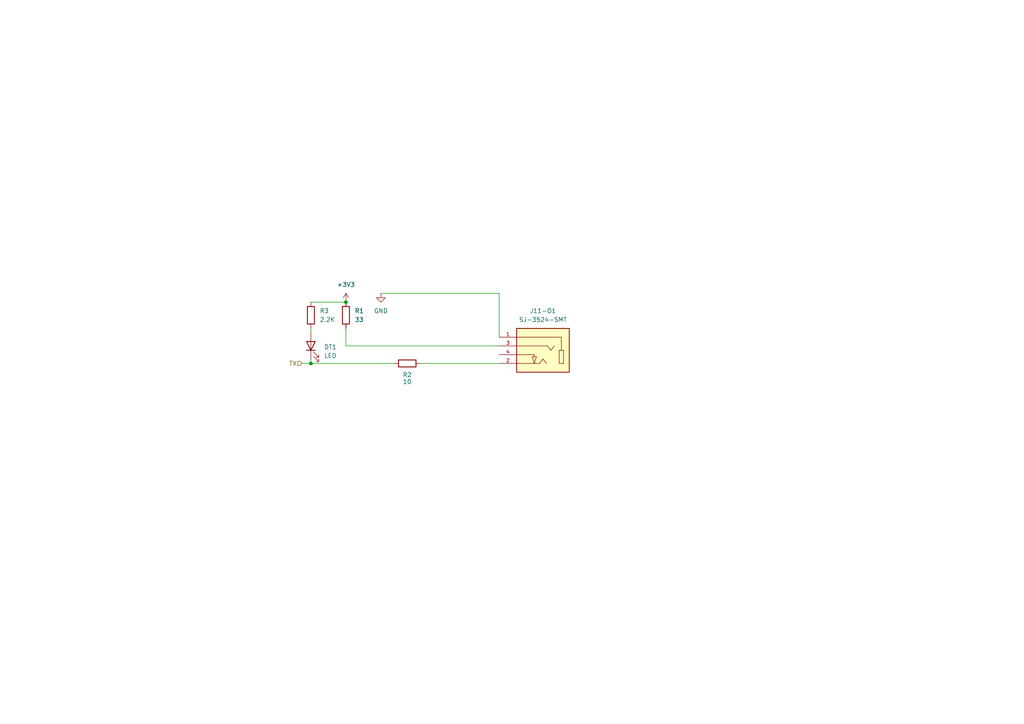
<source format=kicad_sch>
(kicad_sch (version 20231120) (generator "eeschema") (generator_version "8.0")
  (paper "A4")
  (lib_symbols
    (symbol "Device:LED" (pin_numbers hide) (pin_names (offset 1.016) hide)
      (property "Reference" "D" (at 0 2.54 0))
      (property "Value" "LED" (at 0 -2.54 0))
      (symbol "LED_0_1"
        (polyline (pts (xy -1.27 -1.27) (xy -1.27 1.27)) (stroke (width 0.254)))
        (polyline (pts (xy -1.27 0) (xy 1.27 0)))
        (polyline (pts (xy 1.27 -1.27) (xy 1.27 1.27) (xy -1.27 0) (xy 1.27 -1.27)) (stroke (width 0.254)))
        (polyline (pts (xy -3.048 -0.762) (xy -4.572 -2.286) (xy -3.81 -2.286) (xy -4.572 -2.286) (xy -4.572 -1.524)))
        (polyline (pts (xy -1.778 -0.762) (xy -3.302 -2.286) (xy -2.54 -2.286) (xy -3.302 -2.286) (xy -3.302 -1.524)))
      )
      (symbol "LED_1_1"
        (pin passive line (at -3.81 0 0) (length 2.54) (name "K") (number "1"))
        (pin passive line (at 3.81 0 180) (length 2.54) (name "A") (number "2"))
      )
    )
    (symbol "Device:R" (pin_numbers hide) (pin_names (offset 0))
      (property "Reference" "R" (at 2.032 0 90))
      (property "Value" "R" (at 0 0 90))
      (symbol "R_0_1"
        (rectangle (start -1.016 -2.54) (end 1.016 2.54) (stroke (width 0.254)))
      )
      (symbol "R_1_1"
        (pin passive line (at 0 3.81 270) (length 1.27) (name "~") (number "1"))
        (pin passive line (at 0 -3.81 90) (length 1.27) (name "~") (number "2"))
      )
    )
    (symbol "MIDI_projects:SJ-3524-SMT" (pin_names (offset 1.016))
      (property "Reference" "J" (at -7.637 8.2738 0))
      (property "Value" "SJ-3524-SMT" (at -7.6519 -7.6606 0))
      (symbol "SJ-3524-SMT_0_0"
        (rectangle (start -7.62 -5.08) (end 7.62 7.62) (stroke (width 0.254)) (fill (type background)))
        (polyline (pts (xy -5.969 -2.54) (xy -4.699 -2.54)) (stroke (width 0.1524)))
        (polyline (pts (xy -5.969 1.27) (xy -5.969 -2.54)) (stroke (width 0.1524)))
        (polyline (pts (xy -5.334 1.27) (xy -5.969 1.27)) (stroke (width 0.1524)))
        (polyline (pts (xy -5.334 1.27) (xy -5.334 5.08)) (stroke (width 0.1524)))
        (polyline (pts (xy -5.334 5.08) (xy 7.62 5.08)) (stroke (width 0.1524)))
        (polyline (pts (xy -4.699 -2.54) (xy -4.699 1.27)) (stroke (width 0.1524)))
        (polyline (pts (xy -4.699 1.27) (xy -5.334 1.27)) (stroke (width 0.1524)))
        (polyline (pts (xy -2.286 1.27) (xy -3.302 2.54)) (stroke (width 0.1524)))
        (polyline (pts (xy -1.27 2.54) (xy -2.286 1.27)) (stroke (width 0.1524)))
        (polyline (pts (xy -1.016 -2.54) (xy 0 -1.27)) (stroke (width 0.1524)))
        (polyline (pts (xy 0 -1.27) (xy 1.016 -2.54)) (stroke (width 0.1524)))
        (polyline (pts (xy 1.9 -0.6) (xy 2.5 -2.53)) (stroke (width 0.1524)))
        (polyline (pts (xy 1.9 -0.6) (xy 3.09 -0.6)) (stroke (width 0.1524)))
        (polyline (pts (xy 2.53 -2.52) (xy 2.53 -2.53)) (stroke (width 0.1524)))
        (polyline (pts (xy 2.54 0) (xy 2.54 -0.62)) (stroke (width 0.1524)))
        (polyline (pts (xy 2.54 0) (xy 7.62 0)) (stroke (width 0.1524)))
        (polyline (pts (xy 3.09 -0.6) (xy 2.53 -2.52)) (stroke (width 0.1524)))
        (polyline (pts (xy 7.62 -2.54) (xy 1.016 -2.54)) (stroke (width 0.1524)))
        (polyline (pts (xy 7.62 2.54) (xy -1.27 2.54)) (stroke (width 0.1524)))
        (pin passive line (at 12.7 5.08 180) (length 5.08) (name "~") (number "1"))
        (pin passive line (at 12.7 -2.54 180) (length 5.08) (name "~") (number "2"))
        (pin passive line (at 12.7 2.54 180) (length 5.08) (name "~") (number "3"))
        (pin passive line (at 12.7 0 180) (length 5.08) (name "~") (number "4"))
      )
    )
    (symbol "power:+3V3" (power) (pin_numbers hide) (pin_names (offset 0) hide)
      (property "Value" "+3V3" (at 0 3.556 0))
      (symbol "+3V3_0_1"
        (polyline (pts (xy -0.762 1.27) (xy 0 2.54)))
        (polyline (pts (xy 0 0) (xy 0 2.54)))
        (polyline (pts (xy 0 2.54) (xy 0.762 1.27)))
      )
      (symbol "+3V3_1_1"
        (pin power_in line (at 0 0 90) (length 0) (name "~") (number "1"))
      )
    )
    (symbol "power:GND" (power) (pin_numbers hide) (pin_names (offset 0) hide)
      (property "Value" "GND" (at 0 -3.81 0))
      (symbol "GND_0_1"
        (polyline (pts (xy 0 0) (xy 0 -1.27) (xy 1.27 -1.27) (xy 0 -2.54) (xy -1.27 -1.27) (xy 0 -1.27)))
      )
      (symbol "GND_1_1"
        (pin power_in line (at 0 0 270) (length 0) (name "~") (number "1"))
      )
    )
  )
  (junction (at 90.17 105.41))
  (junction (at 100.33 87.63))
  (wire (pts (xy 100.33 95.25) (xy 100.33 100.33)))
  (wire (pts (xy 87.63 105.41) (xy 90.17 105.41)))
  (wire (pts (xy 110.49 85.09) (xy 144.78 85.09)))
  (wire (pts (xy 90.17 87.63) (xy 100.33 87.63)))
  (wire (pts (xy 100.33 100.33) (xy 144.78 100.33)))
  (wire (pts (xy 90.17 105.41) (xy 90.17 104.14)))
  (wire (pts (xy 144.78 85.09) (xy 144.78 97.79)))
  (wire (pts (xy 121.92 105.41) (xy 144.78 105.41)))
  (wire (pts (xy 90.17 95.25) (xy 90.17 96.52)))
  (wire (pts (xy 90.17 105.41) (xy 114.3 105.41)))
  (hierarchical_label "TX" (shape input) (at 87.63 105.41 180))
  (symbol (lib_id "Device:LED") (at 90.17 100.33 90) (unit 1)
    (property "Reference" "DT1" (at 93.98 100.6474 90) (effects (justify right)))
    (property "Value" "LED" (at 93.98 103.1874 90) (effects (justify right)))
    (property "Footprint" "LED_SMD:LED_0603_1608Metric" (effects (hide yes)))
    (property "Description" "Light emitting diode" (effects (hide yes)))
    (property "LCSC" "C72038" (effects (hide yes)))
  )
  (symbol (lib_id "Device:R") (at 90.17 91.44 0) (unit 1)
    (property "Reference" "R3" (at 92.71 90.1699 0) (effects (justify left)))
    (property "Value" "2.2K" (at 92.71 92.7099 0) (effects (justify left)))
    (property "Footprint" "Resistor_SMD:R_0805_2012Metric" (effects (hide yes)))
    (property "Description" "Resistor" (effects (hide yes)))
    (property "LCSC" "C17520" (effects (hide yes)))
  )
  (symbol (lib_id "power:+3V3") (at 100.33 87.63 0) (unit 1)
    (property "Reference" "#PWR01" (effects (hide yes)))
    (property "Value" "+3V3" (at 100.33 82.55 0))
    (property "Description" "Power symbol creates a global label with name \"+3V3\"" (effects (hide yes)))
  )
  (symbol (lib_id "Device:R") (at 100.33 91.44 0) (unit 1)
    (property "Reference" "R1" (at 102.87 90.1699 0) (effects (justify left)))
    (property "Value" "33" (at 102.87 92.7099 0) (effects (justify left)))
    (property "Footprint" "Resistor_SMD:R_0805_2012Metric" (effects (hide yes)))
    (property "Description" "Resistor" (effects (hide yes)))
    (property "LCSC" "C17634 " (effects (hide yes)))
  )
  (symbol (lib_id "MIDI_projects:SJ-3524-SMT") (at 157.48 102.87 0) (mirror y) (unit 1) (in_bom no)
    (property "Reference" "J11-O1" (at 157.48 90.17 0))
    (property "Value" "SJ-3524-SMT" (at 157.48 92.71 0))
    (property "Footprint" "MIDI_projects:CUI_SJ-3524-SMT" (effects (hide yes)))
    (property "PARTREV" "1.03" (effects (hide yes)))
    (property "MF" "CUI Inc" (effects (hide yes)))
  )
  (symbol (lib_id "power:GND") (at 110.49 85.09 0) (mirror y) (unit 1)
    (property "Reference" "#PWR010" (effects (hide yes)))
    (property "Value" "GND" (at 110.49 90.17 0))
    (property "Description" "Power symbol creates a global label with name \"GND\" , ground" (effects (hide yes)))
  )
  (symbol (lib_id "Device:R") (at 118.11 105.41 90) (unit 1)
    (property "Reference" "R2" (at 118.11 108.712 90))
    (property "Value" "10" (at 118.11 110.744 90))
    (property "Footprint" "Resistor_SMD:R_0805_2012Metric" (effects (hide yes)))
    (property "Description" "Resistor" (effects (hide yes)))
    (property "LCSC" "C17415 " (effects (hide yes)))
  )
)
</source>
